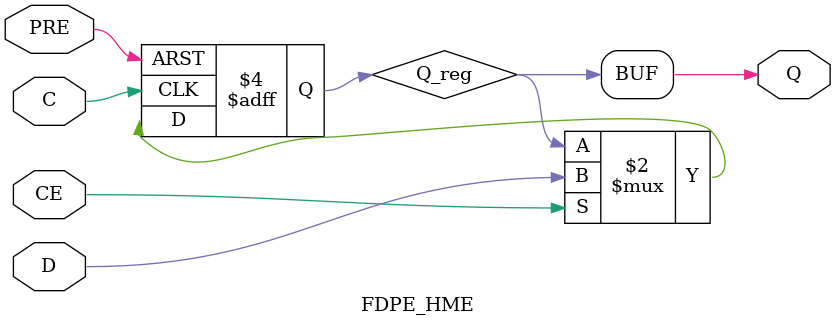
<source format=v>
module FDPE_HME #(
parameter INIT=1'd1
)
(
  input wire D,      // 数据输入
  input wire C,      // 时钟输入
  input wire CE,     // 时钟使能输入
  input wire PRE,    // 异步预置输入
  output wire Q      // 输出
);
  
  reg Q_reg;         // 寄存器用于存储输出值

  always @(posedge C or posedge PRE) begin
    if (PRE) begin
      Q_reg <= 1'b1;  // 异步预置
    end else if (CE) begin
      Q_reg <= D;     // 在时钟边沿存储数据
    end
  end

  assign Q = Q_reg;   // 输出

endmodule

</source>
